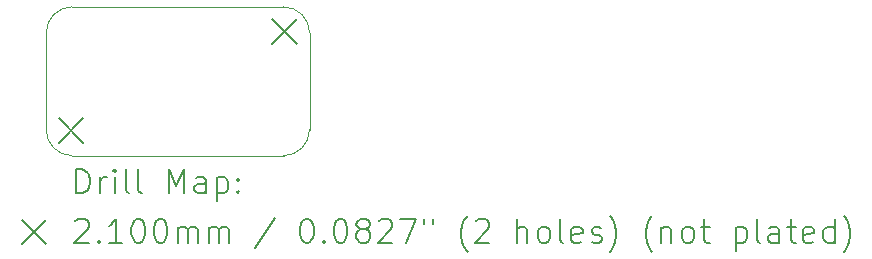
<source format=gbr>
%TF.GenerationSoftware,KiCad,Pcbnew,7.0.7*%
%TF.CreationDate,2023-09-18T19:37:45-04:00*%
%TF.ProjectId,Nav Switch Mount,4e617620-5377-4697-9463-68204d6f756e,rev?*%
%TF.SameCoordinates,Original*%
%TF.FileFunction,Drillmap*%
%TF.FilePolarity,Positive*%
%FSLAX45Y45*%
G04 Gerber Fmt 4.5, Leading zero omitted, Abs format (unit mm)*
G04 Created by KiCad (PCBNEW 7.0.7) date 2023-09-18 19:37:45*
%MOMM*%
%LPD*%
G01*
G04 APERTURE LIST*
%ADD10C,0.100000*%
%ADD11C,0.200000*%
%ADD12C,0.210000*%
G04 APERTURE END LIST*
D10*
X15010000Y-4570000D02*
X16800000Y-4570000D01*
X17020000Y-4790000D02*
X17020000Y-5610000D01*
X16800000Y-5830000D02*
G75*
G03*
X17020000Y-5610000I0J220000D01*
G01*
X14790000Y-5610000D02*
G75*
G03*
X15010000Y-5830000I220000J0D01*
G01*
X14790000Y-5610000D02*
X14790000Y-4790000D01*
X17020000Y-4790000D02*
G75*
G03*
X16800000Y-4570000I-220000J0D01*
G01*
X16800000Y-5830000D02*
X15010000Y-5830000D01*
X15010000Y-4570000D02*
G75*
G03*
X14790000Y-4790000I0J-220000D01*
G01*
D11*
D12*
X14895000Y-5515000D02*
X15105000Y-5725000D01*
X15105000Y-5515000D02*
X14895000Y-5725000D01*
X16705000Y-4675000D02*
X16915000Y-4885000D01*
X16915000Y-4675000D02*
X16705000Y-4885000D01*
D11*
X15045777Y-6146484D02*
X15045777Y-5946484D01*
X15045777Y-5946484D02*
X15093396Y-5946484D01*
X15093396Y-5946484D02*
X15121967Y-5956008D01*
X15121967Y-5956008D02*
X15141015Y-5975055D01*
X15141015Y-5975055D02*
X15150539Y-5994103D01*
X15150539Y-5994103D02*
X15160062Y-6032198D01*
X15160062Y-6032198D02*
X15160062Y-6060769D01*
X15160062Y-6060769D02*
X15150539Y-6098865D01*
X15150539Y-6098865D02*
X15141015Y-6117912D01*
X15141015Y-6117912D02*
X15121967Y-6136960D01*
X15121967Y-6136960D02*
X15093396Y-6146484D01*
X15093396Y-6146484D02*
X15045777Y-6146484D01*
X15245777Y-6146484D02*
X15245777Y-6013150D01*
X15245777Y-6051246D02*
X15255301Y-6032198D01*
X15255301Y-6032198D02*
X15264824Y-6022674D01*
X15264824Y-6022674D02*
X15283872Y-6013150D01*
X15283872Y-6013150D02*
X15302920Y-6013150D01*
X15369586Y-6146484D02*
X15369586Y-6013150D01*
X15369586Y-5946484D02*
X15360062Y-5956008D01*
X15360062Y-5956008D02*
X15369586Y-5965531D01*
X15369586Y-5965531D02*
X15379110Y-5956008D01*
X15379110Y-5956008D02*
X15369586Y-5946484D01*
X15369586Y-5946484D02*
X15369586Y-5965531D01*
X15493396Y-6146484D02*
X15474348Y-6136960D01*
X15474348Y-6136960D02*
X15464824Y-6117912D01*
X15464824Y-6117912D02*
X15464824Y-5946484D01*
X15598158Y-6146484D02*
X15579110Y-6136960D01*
X15579110Y-6136960D02*
X15569586Y-6117912D01*
X15569586Y-6117912D02*
X15569586Y-5946484D01*
X15826729Y-6146484D02*
X15826729Y-5946484D01*
X15826729Y-5946484D02*
X15893396Y-6089341D01*
X15893396Y-6089341D02*
X15960062Y-5946484D01*
X15960062Y-5946484D02*
X15960062Y-6146484D01*
X16141015Y-6146484D02*
X16141015Y-6041722D01*
X16141015Y-6041722D02*
X16131491Y-6022674D01*
X16131491Y-6022674D02*
X16112443Y-6013150D01*
X16112443Y-6013150D02*
X16074348Y-6013150D01*
X16074348Y-6013150D02*
X16055301Y-6022674D01*
X16141015Y-6136960D02*
X16121967Y-6146484D01*
X16121967Y-6146484D02*
X16074348Y-6146484D01*
X16074348Y-6146484D02*
X16055301Y-6136960D01*
X16055301Y-6136960D02*
X16045777Y-6117912D01*
X16045777Y-6117912D02*
X16045777Y-6098865D01*
X16045777Y-6098865D02*
X16055301Y-6079817D01*
X16055301Y-6079817D02*
X16074348Y-6070293D01*
X16074348Y-6070293D02*
X16121967Y-6070293D01*
X16121967Y-6070293D02*
X16141015Y-6060769D01*
X16236253Y-6013150D02*
X16236253Y-6213150D01*
X16236253Y-6022674D02*
X16255301Y-6013150D01*
X16255301Y-6013150D02*
X16293396Y-6013150D01*
X16293396Y-6013150D02*
X16312443Y-6022674D01*
X16312443Y-6022674D02*
X16321967Y-6032198D01*
X16321967Y-6032198D02*
X16331491Y-6051246D01*
X16331491Y-6051246D02*
X16331491Y-6108388D01*
X16331491Y-6108388D02*
X16321967Y-6127436D01*
X16321967Y-6127436D02*
X16312443Y-6136960D01*
X16312443Y-6136960D02*
X16293396Y-6146484D01*
X16293396Y-6146484D02*
X16255301Y-6146484D01*
X16255301Y-6146484D02*
X16236253Y-6136960D01*
X16417205Y-6127436D02*
X16426729Y-6136960D01*
X16426729Y-6136960D02*
X16417205Y-6146484D01*
X16417205Y-6146484D02*
X16407682Y-6136960D01*
X16407682Y-6136960D02*
X16417205Y-6127436D01*
X16417205Y-6127436D02*
X16417205Y-6146484D01*
X16417205Y-6022674D02*
X16426729Y-6032198D01*
X16426729Y-6032198D02*
X16417205Y-6041722D01*
X16417205Y-6041722D02*
X16407682Y-6032198D01*
X16407682Y-6032198D02*
X16417205Y-6022674D01*
X16417205Y-6022674D02*
X16417205Y-6041722D01*
X14585000Y-6375000D02*
X14785000Y-6575000D01*
X14785000Y-6375000D02*
X14585000Y-6575000D01*
X15036253Y-6385531D02*
X15045777Y-6376008D01*
X15045777Y-6376008D02*
X15064824Y-6366484D01*
X15064824Y-6366484D02*
X15112443Y-6366484D01*
X15112443Y-6366484D02*
X15131491Y-6376008D01*
X15131491Y-6376008D02*
X15141015Y-6385531D01*
X15141015Y-6385531D02*
X15150539Y-6404579D01*
X15150539Y-6404579D02*
X15150539Y-6423627D01*
X15150539Y-6423627D02*
X15141015Y-6452198D01*
X15141015Y-6452198D02*
X15026729Y-6566484D01*
X15026729Y-6566484D02*
X15150539Y-6566484D01*
X15236253Y-6547436D02*
X15245777Y-6556960D01*
X15245777Y-6556960D02*
X15236253Y-6566484D01*
X15236253Y-6566484D02*
X15226729Y-6556960D01*
X15226729Y-6556960D02*
X15236253Y-6547436D01*
X15236253Y-6547436D02*
X15236253Y-6566484D01*
X15436253Y-6566484D02*
X15321967Y-6566484D01*
X15379110Y-6566484D02*
X15379110Y-6366484D01*
X15379110Y-6366484D02*
X15360062Y-6395055D01*
X15360062Y-6395055D02*
X15341015Y-6414103D01*
X15341015Y-6414103D02*
X15321967Y-6423627D01*
X15560062Y-6366484D02*
X15579110Y-6366484D01*
X15579110Y-6366484D02*
X15598158Y-6376008D01*
X15598158Y-6376008D02*
X15607682Y-6385531D01*
X15607682Y-6385531D02*
X15617205Y-6404579D01*
X15617205Y-6404579D02*
X15626729Y-6442674D01*
X15626729Y-6442674D02*
X15626729Y-6490293D01*
X15626729Y-6490293D02*
X15617205Y-6528388D01*
X15617205Y-6528388D02*
X15607682Y-6547436D01*
X15607682Y-6547436D02*
X15598158Y-6556960D01*
X15598158Y-6556960D02*
X15579110Y-6566484D01*
X15579110Y-6566484D02*
X15560062Y-6566484D01*
X15560062Y-6566484D02*
X15541015Y-6556960D01*
X15541015Y-6556960D02*
X15531491Y-6547436D01*
X15531491Y-6547436D02*
X15521967Y-6528388D01*
X15521967Y-6528388D02*
X15512443Y-6490293D01*
X15512443Y-6490293D02*
X15512443Y-6442674D01*
X15512443Y-6442674D02*
X15521967Y-6404579D01*
X15521967Y-6404579D02*
X15531491Y-6385531D01*
X15531491Y-6385531D02*
X15541015Y-6376008D01*
X15541015Y-6376008D02*
X15560062Y-6366484D01*
X15750539Y-6366484D02*
X15769586Y-6366484D01*
X15769586Y-6366484D02*
X15788634Y-6376008D01*
X15788634Y-6376008D02*
X15798158Y-6385531D01*
X15798158Y-6385531D02*
X15807682Y-6404579D01*
X15807682Y-6404579D02*
X15817205Y-6442674D01*
X15817205Y-6442674D02*
X15817205Y-6490293D01*
X15817205Y-6490293D02*
X15807682Y-6528388D01*
X15807682Y-6528388D02*
X15798158Y-6547436D01*
X15798158Y-6547436D02*
X15788634Y-6556960D01*
X15788634Y-6556960D02*
X15769586Y-6566484D01*
X15769586Y-6566484D02*
X15750539Y-6566484D01*
X15750539Y-6566484D02*
X15731491Y-6556960D01*
X15731491Y-6556960D02*
X15721967Y-6547436D01*
X15721967Y-6547436D02*
X15712443Y-6528388D01*
X15712443Y-6528388D02*
X15702920Y-6490293D01*
X15702920Y-6490293D02*
X15702920Y-6442674D01*
X15702920Y-6442674D02*
X15712443Y-6404579D01*
X15712443Y-6404579D02*
X15721967Y-6385531D01*
X15721967Y-6385531D02*
X15731491Y-6376008D01*
X15731491Y-6376008D02*
X15750539Y-6366484D01*
X15902920Y-6566484D02*
X15902920Y-6433150D01*
X15902920Y-6452198D02*
X15912443Y-6442674D01*
X15912443Y-6442674D02*
X15931491Y-6433150D01*
X15931491Y-6433150D02*
X15960063Y-6433150D01*
X15960063Y-6433150D02*
X15979110Y-6442674D01*
X15979110Y-6442674D02*
X15988634Y-6461722D01*
X15988634Y-6461722D02*
X15988634Y-6566484D01*
X15988634Y-6461722D02*
X15998158Y-6442674D01*
X15998158Y-6442674D02*
X16017205Y-6433150D01*
X16017205Y-6433150D02*
X16045777Y-6433150D01*
X16045777Y-6433150D02*
X16064824Y-6442674D01*
X16064824Y-6442674D02*
X16074348Y-6461722D01*
X16074348Y-6461722D02*
X16074348Y-6566484D01*
X16169586Y-6566484D02*
X16169586Y-6433150D01*
X16169586Y-6452198D02*
X16179110Y-6442674D01*
X16179110Y-6442674D02*
X16198158Y-6433150D01*
X16198158Y-6433150D02*
X16226729Y-6433150D01*
X16226729Y-6433150D02*
X16245777Y-6442674D01*
X16245777Y-6442674D02*
X16255301Y-6461722D01*
X16255301Y-6461722D02*
X16255301Y-6566484D01*
X16255301Y-6461722D02*
X16264824Y-6442674D01*
X16264824Y-6442674D02*
X16283872Y-6433150D01*
X16283872Y-6433150D02*
X16312443Y-6433150D01*
X16312443Y-6433150D02*
X16331491Y-6442674D01*
X16331491Y-6442674D02*
X16341015Y-6461722D01*
X16341015Y-6461722D02*
X16341015Y-6566484D01*
X16731491Y-6356960D02*
X16560063Y-6614103D01*
X16988634Y-6366484D02*
X17007682Y-6366484D01*
X17007682Y-6366484D02*
X17026729Y-6376008D01*
X17026729Y-6376008D02*
X17036253Y-6385531D01*
X17036253Y-6385531D02*
X17045777Y-6404579D01*
X17045777Y-6404579D02*
X17055301Y-6442674D01*
X17055301Y-6442674D02*
X17055301Y-6490293D01*
X17055301Y-6490293D02*
X17045777Y-6528388D01*
X17045777Y-6528388D02*
X17036253Y-6547436D01*
X17036253Y-6547436D02*
X17026729Y-6556960D01*
X17026729Y-6556960D02*
X17007682Y-6566484D01*
X17007682Y-6566484D02*
X16988634Y-6566484D01*
X16988634Y-6566484D02*
X16969587Y-6556960D01*
X16969587Y-6556960D02*
X16960063Y-6547436D01*
X16960063Y-6547436D02*
X16950539Y-6528388D01*
X16950539Y-6528388D02*
X16941015Y-6490293D01*
X16941015Y-6490293D02*
X16941015Y-6442674D01*
X16941015Y-6442674D02*
X16950539Y-6404579D01*
X16950539Y-6404579D02*
X16960063Y-6385531D01*
X16960063Y-6385531D02*
X16969587Y-6376008D01*
X16969587Y-6376008D02*
X16988634Y-6366484D01*
X17141015Y-6547436D02*
X17150539Y-6556960D01*
X17150539Y-6556960D02*
X17141015Y-6566484D01*
X17141015Y-6566484D02*
X17131491Y-6556960D01*
X17131491Y-6556960D02*
X17141015Y-6547436D01*
X17141015Y-6547436D02*
X17141015Y-6566484D01*
X17274348Y-6366484D02*
X17293396Y-6366484D01*
X17293396Y-6366484D02*
X17312444Y-6376008D01*
X17312444Y-6376008D02*
X17321968Y-6385531D01*
X17321968Y-6385531D02*
X17331491Y-6404579D01*
X17331491Y-6404579D02*
X17341015Y-6442674D01*
X17341015Y-6442674D02*
X17341015Y-6490293D01*
X17341015Y-6490293D02*
X17331491Y-6528388D01*
X17331491Y-6528388D02*
X17321968Y-6547436D01*
X17321968Y-6547436D02*
X17312444Y-6556960D01*
X17312444Y-6556960D02*
X17293396Y-6566484D01*
X17293396Y-6566484D02*
X17274348Y-6566484D01*
X17274348Y-6566484D02*
X17255301Y-6556960D01*
X17255301Y-6556960D02*
X17245777Y-6547436D01*
X17245777Y-6547436D02*
X17236253Y-6528388D01*
X17236253Y-6528388D02*
X17226729Y-6490293D01*
X17226729Y-6490293D02*
X17226729Y-6442674D01*
X17226729Y-6442674D02*
X17236253Y-6404579D01*
X17236253Y-6404579D02*
X17245777Y-6385531D01*
X17245777Y-6385531D02*
X17255301Y-6376008D01*
X17255301Y-6376008D02*
X17274348Y-6366484D01*
X17455301Y-6452198D02*
X17436253Y-6442674D01*
X17436253Y-6442674D02*
X17426729Y-6433150D01*
X17426729Y-6433150D02*
X17417206Y-6414103D01*
X17417206Y-6414103D02*
X17417206Y-6404579D01*
X17417206Y-6404579D02*
X17426729Y-6385531D01*
X17426729Y-6385531D02*
X17436253Y-6376008D01*
X17436253Y-6376008D02*
X17455301Y-6366484D01*
X17455301Y-6366484D02*
X17493396Y-6366484D01*
X17493396Y-6366484D02*
X17512444Y-6376008D01*
X17512444Y-6376008D02*
X17521968Y-6385531D01*
X17521968Y-6385531D02*
X17531491Y-6404579D01*
X17531491Y-6404579D02*
X17531491Y-6414103D01*
X17531491Y-6414103D02*
X17521968Y-6433150D01*
X17521968Y-6433150D02*
X17512444Y-6442674D01*
X17512444Y-6442674D02*
X17493396Y-6452198D01*
X17493396Y-6452198D02*
X17455301Y-6452198D01*
X17455301Y-6452198D02*
X17436253Y-6461722D01*
X17436253Y-6461722D02*
X17426729Y-6471246D01*
X17426729Y-6471246D02*
X17417206Y-6490293D01*
X17417206Y-6490293D02*
X17417206Y-6528388D01*
X17417206Y-6528388D02*
X17426729Y-6547436D01*
X17426729Y-6547436D02*
X17436253Y-6556960D01*
X17436253Y-6556960D02*
X17455301Y-6566484D01*
X17455301Y-6566484D02*
X17493396Y-6566484D01*
X17493396Y-6566484D02*
X17512444Y-6556960D01*
X17512444Y-6556960D02*
X17521968Y-6547436D01*
X17521968Y-6547436D02*
X17531491Y-6528388D01*
X17531491Y-6528388D02*
X17531491Y-6490293D01*
X17531491Y-6490293D02*
X17521968Y-6471246D01*
X17521968Y-6471246D02*
X17512444Y-6461722D01*
X17512444Y-6461722D02*
X17493396Y-6452198D01*
X17607682Y-6385531D02*
X17617206Y-6376008D01*
X17617206Y-6376008D02*
X17636253Y-6366484D01*
X17636253Y-6366484D02*
X17683872Y-6366484D01*
X17683872Y-6366484D02*
X17702920Y-6376008D01*
X17702920Y-6376008D02*
X17712444Y-6385531D01*
X17712444Y-6385531D02*
X17721968Y-6404579D01*
X17721968Y-6404579D02*
X17721968Y-6423627D01*
X17721968Y-6423627D02*
X17712444Y-6452198D01*
X17712444Y-6452198D02*
X17598158Y-6566484D01*
X17598158Y-6566484D02*
X17721968Y-6566484D01*
X17788634Y-6366484D02*
X17921968Y-6366484D01*
X17921968Y-6366484D02*
X17836253Y-6566484D01*
X17988634Y-6366484D02*
X17988634Y-6404579D01*
X18064825Y-6366484D02*
X18064825Y-6404579D01*
X18360063Y-6642674D02*
X18350539Y-6633150D01*
X18350539Y-6633150D02*
X18331491Y-6604579D01*
X18331491Y-6604579D02*
X18321968Y-6585531D01*
X18321968Y-6585531D02*
X18312444Y-6556960D01*
X18312444Y-6556960D02*
X18302920Y-6509341D01*
X18302920Y-6509341D02*
X18302920Y-6471246D01*
X18302920Y-6471246D02*
X18312444Y-6423627D01*
X18312444Y-6423627D02*
X18321968Y-6395055D01*
X18321968Y-6395055D02*
X18331491Y-6376008D01*
X18331491Y-6376008D02*
X18350539Y-6347436D01*
X18350539Y-6347436D02*
X18360063Y-6337912D01*
X18426730Y-6385531D02*
X18436253Y-6376008D01*
X18436253Y-6376008D02*
X18455301Y-6366484D01*
X18455301Y-6366484D02*
X18502920Y-6366484D01*
X18502920Y-6366484D02*
X18521968Y-6376008D01*
X18521968Y-6376008D02*
X18531491Y-6385531D01*
X18531491Y-6385531D02*
X18541015Y-6404579D01*
X18541015Y-6404579D02*
X18541015Y-6423627D01*
X18541015Y-6423627D02*
X18531491Y-6452198D01*
X18531491Y-6452198D02*
X18417206Y-6566484D01*
X18417206Y-6566484D02*
X18541015Y-6566484D01*
X18779111Y-6566484D02*
X18779111Y-6366484D01*
X18864825Y-6566484D02*
X18864825Y-6461722D01*
X18864825Y-6461722D02*
X18855301Y-6442674D01*
X18855301Y-6442674D02*
X18836253Y-6433150D01*
X18836253Y-6433150D02*
X18807682Y-6433150D01*
X18807682Y-6433150D02*
X18788634Y-6442674D01*
X18788634Y-6442674D02*
X18779111Y-6452198D01*
X18988634Y-6566484D02*
X18969587Y-6556960D01*
X18969587Y-6556960D02*
X18960063Y-6547436D01*
X18960063Y-6547436D02*
X18950539Y-6528388D01*
X18950539Y-6528388D02*
X18950539Y-6471246D01*
X18950539Y-6471246D02*
X18960063Y-6452198D01*
X18960063Y-6452198D02*
X18969587Y-6442674D01*
X18969587Y-6442674D02*
X18988634Y-6433150D01*
X18988634Y-6433150D02*
X19017206Y-6433150D01*
X19017206Y-6433150D02*
X19036253Y-6442674D01*
X19036253Y-6442674D02*
X19045777Y-6452198D01*
X19045777Y-6452198D02*
X19055301Y-6471246D01*
X19055301Y-6471246D02*
X19055301Y-6528388D01*
X19055301Y-6528388D02*
X19045777Y-6547436D01*
X19045777Y-6547436D02*
X19036253Y-6556960D01*
X19036253Y-6556960D02*
X19017206Y-6566484D01*
X19017206Y-6566484D02*
X18988634Y-6566484D01*
X19169587Y-6566484D02*
X19150539Y-6556960D01*
X19150539Y-6556960D02*
X19141015Y-6537912D01*
X19141015Y-6537912D02*
X19141015Y-6366484D01*
X19321968Y-6556960D02*
X19302920Y-6566484D01*
X19302920Y-6566484D02*
X19264825Y-6566484D01*
X19264825Y-6566484D02*
X19245777Y-6556960D01*
X19245777Y-6556960D02*
X19236253Y-6537912D01*
X19236253Y-6537912D02*
X19236253Y-6461722D01*
X19236253Y-6461722D02*
X19245777Y-6442674D01*
X19245777Y-6442674D02*
X19264825Y-6433150D01*
X19264825Y-6433150D02*
X19302920Y-6433150D01*
X19302920Y-6433150D02*
X19321968Y-6442674D01*
X19321968Y-6442674D02*
X19331492Y-6461722D01*
X19331492Y-6461722D02*
X19331492Y-6480769D01*
X19331492Y-6480769D02*
X19236253Y-6499817D01*
X19407682Y-6556960D02*
X19426730Y-6566484D01*
X19426730Y-6566484D02*
X19464825Y-6566484D01*
X19464825Y-6566484D02*
X19483873Y-6556960D01*
X19483873Y-6556960D02*
X19493396Y-6537912D01*
X19493396Y-6537912D02*
X19493396Y-6528388D01*
X19493396Y-6528388D02*
X19483873Y-6509341D01*
X19483873Y-6509341D02*
X19464825Y-6499817D01*
X19464825Y-6499817D02*
X19436253Y-6499817D01*
X19436253Y-6499817D02*
X19417206Y-6490293D01*
X19417206Y-6490293D02*
X19407682Y-6471246D01*
X19407682Y-6471246D02*
X19407682Y-6461722D01*
X19407682Y-6461722D02*
X19417206Y-6442674D01*
X19417206Y-6442674D02*
X19436253Y-6433150D01*
X19436253Y-6433150D02*
X19464825Y-6433150D01*
X19464825Y-6433150D02*
X19483873Y-6442674D01*
X19560063Y-6642674D02*
X19569587Y-6633150D01*
X19569587Y-6633150D02*
X19588634Y-6604579D01*
X19588634Y-6604579D02*
X19598158Y-6585531D01*
X19598158Y-6585531D02*
X19607682Y-6556960D01*
X19607682Y-6556960D02*
X19617206Y-6509341D01*
X19617206Y-6509341D02*
X19617206Y-6471246D01*
X19617206Y-6471246D02*
X19607682Y-6423627D01*
X19607682Y-6423627D02*
X19598158Y-6395055D01*
X19598158Y-6395055D02*
X19588634Y-6376008D01*
X19588634Y-6376008D02*
X19569587Y-6347436D01*
X19569587Y-6347436D02*
X19560063Y-6337912D01*
X19921968Y-6642674D02*
X19912444Y-6633150D01*
X19912444Y-6633150D02*
X19893396Y-6604579D01*
X19893396Y-6604579D02*
X19883873Y-6585531D01*
X19883873Y-6585531D02*
X19874349Y-6556960D01*
X19874349Y-6556960D02*
X19864825Y-6509341D01*
X19864825Y-6509341D02*
X19864825Y-6471246D01*
X19864825Y-6471246D02*
X19874349Y-6423627D01*
X19874349Y-6423627D02*
X19883873Y-6395055D01*
X19883873Y-6395055D02*
X19893396Y-6376008D01*
X19893396Y-6376008D02*
X19912444Y-6347436D01*
X19912444Y-6347436D02*
X19921968Y-6337912D01*
X19998158Y-6433150D02*
X19998158Y-6566484D01*
X19998158Y-6452198D02*
X20007682Y-6442674D01*
X20007682Y-6442674D02*
X20026730Y-6433150D01*
X20026730Y-6433150D02*
X20055301Y-6433150D01*
X20055301Y-6433150D02*
X20074349Y-6442674D01*
X20074349Y-6442674D02*
X20083873Y-6461722D01*
X20083873Y-6461722D02*
X20083873Y-6566484D01*
X20207682Y-6566484D02*
X20188634Y-6556960D01*
X20188634Y-6556960D02*
X20179111Y-6547436D01*
X20179111Y-6547436D02*
X20169587Y-6528388D01*
X20169587Y-6528388D02*
X20169587Y-6471246D01*
X20169587Y-6471246D02*
X20179111Y-6452198D01*
X20179111Y-6452198D02*
X20188634Y-6442674D01*
X20188634Y-6442674D02*
X20207682Y-6433150D01*
X20207682Y-6433150D02*
X20236254Y-6433150D01*
X20236254Y-6433150D02*
X20255301Y-6442674D01*
X20255301Y-6442674D02*
X20264825Y-6452198D01*
X20264825Y-6452198D02*
X20274349Y-6471246D01*
X20274349Y-6471246D02*
X20274349Y-6528388D01*
X20274349Y-6528388D02*
X20264825Y-6547436D01*
X20264825Y-6547436D02*
X20255301Y-6556960D01*
X20255301Y-6556960D02*
X20236254Y-6566484D01*
X20236254Y-6566484D02*
X20207682Y-6566484D01*
X20331492Y-6433150D02*
X20407682Y-6433150D01*
X20360063Y-6366484D02*
X20360063Y-6537912D01*
X20360063Y-6537912D02*
X20369587Y-6556960D01*
X20369587Y-6556960D02*
X20388634Y-6566484D01*
X20388634Y-6566484D02*
X20407682Y-6566484D01*
X20626730Y-6433150D02*
X20626730Y-6633150D01*
X20626730Y-6442674D02*
X20645777Y-6433150D01*
X20645777Y-6433150D02*
X20683873Y-6433150D01*
X20683873Y-6433150D02*
X20702920Y-6442674D01*
X20702920Y-6442674D02*
X20712444Y-6452198D01*
X20712444Y-6452198D02*
X20721968Y-6471246D01*
X20721968Y-6471246D02*
X20721968Y-6528388D01*
X20721968Y-6528388D02*
X20712444Y-6547436D01*
X20712444Y-6547436D02*
X20702920Y-6556960D01*
X20702920Y-6556960D02*
X20683873Y-6566484D01*
X20683873Y-6566484D02*
X20645777Y-6566484D01*
X20645777Y-6566484D02*
X20626730Y-6556960D01*
X20836254Y-6566484D02*
X20817206Y-6556960D01*
X20817206Y-6556960D02*
X20807682Y-6537912D01*
X20807682Y-6537912D02*
X20807682Y-6366484D01*
X20998158Y-6566484D02*
X20998158Y-6461722D01*
X20998158Y-6461722D02*
X20988635Y-6442674D01*
X20988635Y-6442674D02*
X20969587Y-6433150D01*
X20969587Y-6433150D02*
X20931492Y-6433150D01*
X20931492Y-6433150D02*
X20912444Y-6442674D01*
X20998158Y-6556960D02*
X20979111Y-6566484D01*
X20979111Y-6566484D02*
X20931492Y-6566484D01*
X20931492Y-6566484D02*
X20912444Y-6556960D01*
X20912444Y-6556960D02*
X20902920Y-6537912D01*
X20902920Y-6537912D02*
X20902920Y-6518865D01*
X20902920Y-6518865D02*
X20912444Y-6499817D01*
X20912444Y-6499817D02*
X20931492Y-6490293D01*
X20931492Y-6490293D02*
X20979111Y-6490293D01*
X20979111Y-6490293D02*
X20998158Y-6480769D01*
X21064825Y-6433150D02*
X21141015Y-6433150D01*
X21093396Y-6366484D02*
X21093396Y-6537912D01*
X21093396Y-6537912D02*
X21102920Y-6556960D01*
X21102920Y-6556960D02*
X21121968Y-6566484D01*
X21121968Y-6566484D02*
X21141015Y-6566484D01*
X21283873Y-6556960D02*
X21264825Y-6566484D01*
X21264825Y-6566484D02*
X21226730Y-6566484D01*
X21226730Y-6566484D02*
X21207682Y-6556960D01*
X21207682Y-6556960D02*
X21198158Y-6537912D01*
X21198158Y-6537912D02*
X21198158Y-6461722D01*
X21198158Y-6461722D02*
X21207682Y-6442674D01*
X21207682Y-6442674D02*
X21226730Y-6433150D01*
X21226730Y-6433150D02*
X21264825Y-6433150D01*
X21264825Y-6433150D02*
X21283873Y-6442674D01*
X21283873Y-6442674D02*
X21293396Y-6461722D01*
X21293396Y-6461722D02*
X21293396Y-6480769D01*
X21293396Y-6480769D02*
X21198158Y-6499817D01*
X21464825Y-6566484D02*
X21464825Y-6366484D01*
X21464825Y-6556960D02*
X21445777Y-6566484D01*
X21445777Y-6566484D02*
X21407682Y-6566484D01*
X21407682Y-6566484D02*
X21388635Y-6556960D01*
X21388635Y-6556960D02*
X21379111Y-6547436D01*
X21379111Y-6547436D02*
X21369587Y-6528388D01*
X21369587Y-6528388D02*
X21369587Y-6471246D01*
X21369587Y-6471246D02*
X21379111Y-6452198D01*
X21379111Y-6452198D02*
X21388635Y-6442674D01*
X21388635Y-6442674D02*
X21407682Y-6433150D01*
X21407682Y-6433150D02*
X21445777Y-6433150D01*
X21445777Y-6433150D02*
X21464825Y-6442674D01*
X21541016Y-6642674D02*
X21550539Y-6633150D01*
X21550539Y-6633150D02*
X21569587Y-6604579D01*
X21569587Y-6604579D02*
X21579111Y-6585531D01*
X21579111Y-6585531D02*
X21588635Y-6556960D01*
X21588635Y-6556960D02*
X21598158Y-6509341D01*
X21598158Y-6509341D02*
X21598158Y-6471246D01*
X21598158Y-6471246D02*
X21588635Y-6423627D01*
X21588635Y-6423627D02*
X21579111Y-6395055D01*
X21579111Y-6395055D02*
X21569587Y-6376008D01*
X21569587Y-6376008D02*
X21550539Y-6347436D01*
X21550539Y-6347436D02*
X21541016Y-6337912D01*
M02*

</source>
